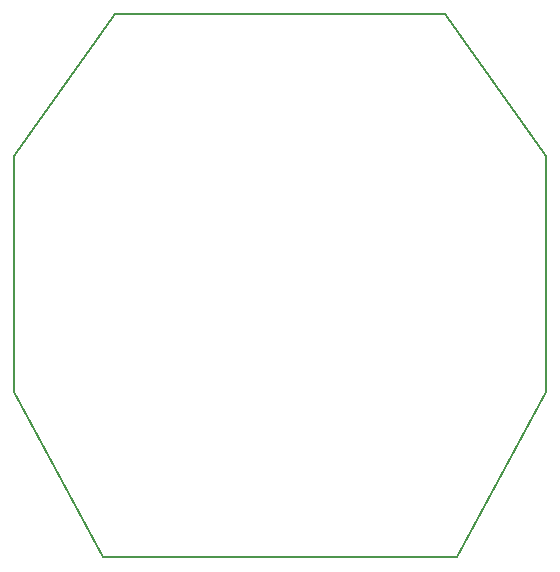
<source format=gbr>
G04 #@! TF.GenerationSoftware,KiCad,Pcbnew,5.0.2-bee76a0~70~ubuntu16.04.1*
G04 #@! TF.CreationDate,2019-02-12T18:50:20+01:00*
G04 #@! TF.ProjectId,MySensors_InCan,4d795365-6e73-46f7-9273-5f496e43616e,rev?*
G04 #@! TF.SameCoordinates,Original*
G04 #@! TF.FileFunction,Profile,NP*
%FSLAX46Y46*%
G04 Gerber Fmt 4.6, Leading zero omitted, Abs format (unit mm)*
G04 Created by KiCad (PCBNEW 5.0.2-bee76a0~70~ubuntu16.04.1) date wto, 12 lut 2019, 18:50:20*
%MOMM*%
%LPD*%
G01*
G04 APERTURE LIST*
%ADD10C,0.150000*%
G04 APERTURE END LIST*
D10*
X131000000Y-142000000D02*
X122500000Y-130000000D01*
X86000000Y-142000000D02*
X94500000Y-130000000D01*
X86000000Y-162000000D02*
X93500000Y-176000000D01*
X123500000Y-176000000D02*
X131000000Y-162000000D01*
X86000000Y-142000000D02*
X86000000Y-162000000D01*
X93500000Y-176000000D02*
X123500000Y-176000000D01*
X131000000Y-142000000D02*
X131000000Y-162000000D01*
X94500000Y-130000000D02*
X122500000Y-130000000D01*
M02*

</source>
